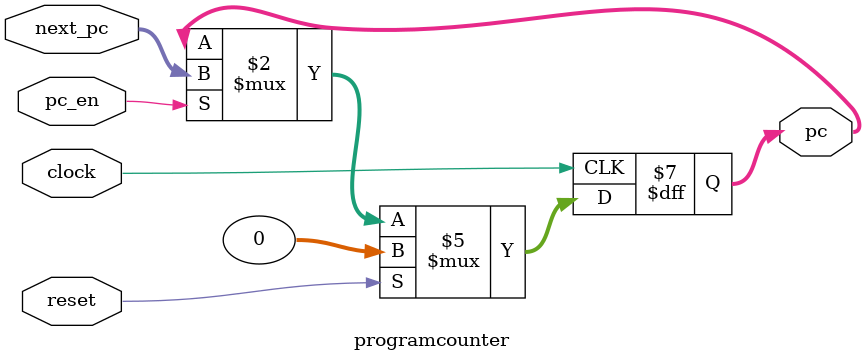
<source format=v>
module programcounter (
    input              clock,
    input              reset,   
    input      [31:0]  next_pc,
    input              pc_en,
    output reg [31:0]  pc
);

    always @(posedge clock) begin
        if (reset) begin
            pc <= 32'b0;
        end else if (pc_en) begin
            pc <= next_pc;
        end
        
    end

endmodule

</source>
